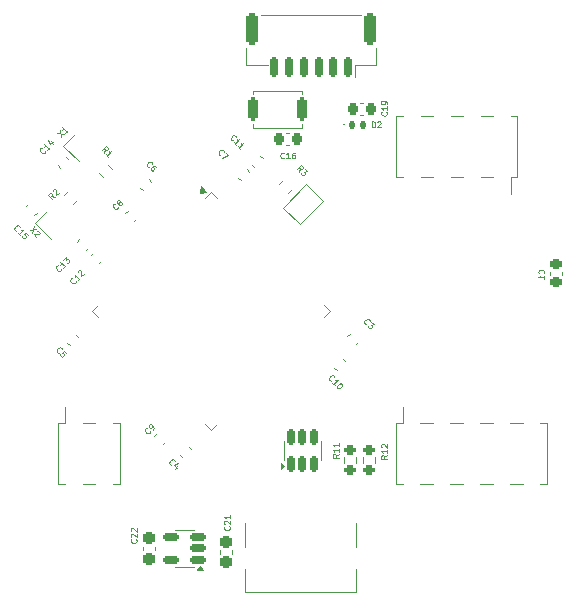
<source format=gto>
G04 #@! TF.GenerationSoftware,KiCad,Pcbnew,8.0.1*
G04 #@! TF.CreationDate,2025-02-17T15:06:08+05:00*
G04 #@! TF.ProjectId,brain_board,62726169-6e5f-4626-9f61-72642e6b6963,rev?*
G04 #@! TF.SameCoordinates,Original*
G04 #@! TF.FileFunction,Legend,Top*
G04 #@! TF.FilePolarity,Positive*
%FSLAX46Y46*%
G04 Gerber Fmt 4.6, Leading zero omitted, Abs format (unit mm)*
G04 Created by KiCad (PCBNEW 8.0.1) date 2025-02-17 15:06:08*
%MOMM*%
%LPD*%
G01*
G04 APERTURE LIST*
G04 Aperture macros list*
%AMRoundRect*
0 Rectangle with rounded corners*
0 $1 Rounding radius*
0 $2 $3 $4 $5 $6 $7 $8 $9 X,Y pos of 4 corners*
0 Add a 4 corners polygon primitive as box body*
4,1,4,$2,$3,$4,$5,$6,$7,$8,$9,$2,$3,0*
0 Add four circle primitives for the rounded corners*
1,1,$1+$1,$2,$3*
1,1,$1+$1,$4,$5*
1,1,$1+$1,$6,$7*
1,1,$1+$1,$8,$9*
0 Add four rect primitives between the rounded corners*
20,1,$1+$1,$2,$3,$4,$5,0*
20,1,$1+$1,$4,$5,$6,$7,0*
20,1,$1+$1,$6,$7,$8,$9,0*
20,1,$1+$1,$8,$9,$2,$3,0*%
%AMRotRect*
0 Rectangle, with rotation*
0 The origin of the aperture is its center*
0 $1 length*
0 $2 width*
0 $3 Rotation angle, in degrees counterclockwise*
0 Add horizontal line*
21,1,$1,$2,0,0,$3*%
%AMFreePoly0*
4,1,6,0.499999,-0.750000,-0.649999,-0.750000,-0.150000,0.000000,-0.649999,0.750000,0.499999,0.750000,0.499999,-0.750000,0.499999,-0.750000,$1*%
%AMFreePoly1*
4,1,6,1.000000,0.000000,0.499999,-0.750000,-0.499999,-0.750000,-0.499999,0.750000,0.499999,0.750000,1.000000,0.000000,1.000000,0.000000,$1*%
G04 Aperture macros list end*
%ADD10C,0.125000*%
%ADD11C,0.120000*%
%ADD12C,0.100000*%
%ADD13R,1.000000X3.000000*%
%ADD14RoundRect,0.225000X-0.017678X0.335876X-0.335876X0.017678X0.017678X-0.335876X0.335876X-0.017678X0*%
%ADD15RoundRect,0.200000X-0.053033X0.335876X-0.335876X0.053033X0.053033X-0.335876X0.335876X-0.053033X0*%
%ADD16RoundRect,0.225000X0.225000X0.250000X-0.225000X0.250000X-0.225000X-0.250000X0.225000X-0.250000X0*%
%ADD17RotRect,0.500000X0.600000X45.000000*%
%ADD18RoundRect,0.225000X0.335876X0.017678X0.017678X0.335876X-0.335876X-0.017678X-0.017678X-0.335876X0*%
%ADD19RoundRect,0.147500X-0.147500X-0.172500X0.147500X-0.172500X0.147500X0.172500X-0.147500X0.172500X0*%
%ADD20RoundRect,0.200000X0.275000X-0.200000X0.275000X0.200000X-0.275000X0.200000X-0.275000X-0.200000X0*%
%ADD21C,2.200000*%
%ADD22RoundRect,0.225000X0.017678X-0.335876X0.335876X-0.017678X-0.017678X0.335876X-0.335876X0.017678X0*%
%ADD23RoundRect,0.250000X0.250000X1.100000X-0.250000X1.100000X-0.250000X-1.100000X0.250000X-1.100000X0*%
%ADD24RoundRect,0.150000X0.150000X0.700000X-0.150000X0.700000X-0.150000X-0.700000X0.150000X-0.700000X0*%
%ADD25RoundRect,0.225000X-0.335876X-0.017678X-0.017678X-0.335876X0.335876X0.017678X0.017678X0.335876X0*%
%ADD26RoundRect,0.200000X0.053033X-0.335876X0.335876X-0.053033X-0.053033X0.335876X-0.335876X0.053033X0*%
%ADD27C,1.000000*%
%ADD28RoundRect,0.225000X0.250000X-0.225000X0.250000X0.225000X-0.250000X0.225000X-0.250000X-0.225000X0*%
%ADD29RoundRect,0.075000X-0.565685X-0.459619X-0.459619X-0.565685X0.565685X0.459619X0.459619X0.565685X0*%
%ADD30RoundRect,0.075000X-0.565685X0.459619X0.459619X-0.565685X0.565685X-0.459619X-0.459619X0.565685X0*%
%ADD31FreePoly0,225.000000*%
%ADD32FreePoly1,225.000000*%
%ADD33O,1.000000X1.600000*%
%ADD34O,1.000000X2.100000*%
%ADD35R,0.600000X1.450000*%
%ADD36R,0.300000X1.450000*%
%ADD37C,0.650000*%
%ADD38RoundRect,0.237500X-0.237500X0.300000X-0.237500X-0.300000X0.237500X-0.300000X0.237500X0.300000X0*%
%ADD39RoundRect,0.200000X0.335876X0.053033X0.053033X0.335876X-0.335876X-0.053033X-0.053033X-0.335876X0*%
%ADD40RoundRect,0.150000X0.150000X-0.512500X0.150000X0.512500X-0.150000X0.512500X-0.150000X-0.512500X0*%
%ADD41RoundRect,0.200000X-0.200000X-0.800000X0.200000X-0.800000X0.200000X0.800000X-0.200000X0.800000X0*%
%ADD42RoundRect,0.150000X0.512500X0.150000X-0.512500X0.150000X-0.512500X-0.150000X0.512500X-0.150000X0*%
G04 APERTURE END LIST*
D10*
X161862423Y-90709349D02*
X161828751Y-90709349D01*
X161828751Y-90709349D02*
X161761407Y-90675677D01*
X161761407Y-90675677D02*
X161727736Y-90642005D01*
X161727736Y-90642005D02*
X161694064Y-90574662D01*
X161694064Y-90574662D02*
X161694064Y-90507318D01*
X161694064Y-90507318D02*
X161710900Y-90456811D01*
X161710900Y-90456811D02*
X161761407Y-90372631D01*
X161761407Y-90372631D02*
X161811915Y-90322124D01*
X161811915Y-90322124D02*
X161896094Y-90271616D01*
X161896094Y-90271616D02*
X161946602Y-90254780D01*
X161946602Y-90254780D02*
X162013945Y-90254780D01*
X162013945Y-90254780D02*
X162081289Y-90288452D01*
X162081289Y-90288452D02*
X162114961Y-90322124D01*
X162114961Y-90322124D02*
X162148632Y-90389467D01*
X162148632Y-90389467D02*
X162148632Y-90423139D01*
X162300155Y-90507318D02*
X162519022Y-90726185D01*
X162519022Y-90726185D02*
X162266484Y-90743020D01*
X162266484Y-90743020D02*
X162316991Y-90793528D01*
X162316991Y-90793528D02*
X162333827Y-90844036D01*
X162333827Y-90844036D02*
X162333827Y-90877707D01*
X162333827Y-90877707D02*
X162316991Y-90928215D01*
X162316991Y-90928215D02*
X162232812Y-91012394D01*
X162232812Y-91012394D02*
X162182304Y-91029230D01*
X162182304Y-91029230D02*
X162148632Y-91029230D01*
X162148632Y-91029230D02*
X162098125Y-91012394D01*
X162098125Y-91012394D02*
X161997110Y-90911379D01*
X161997110Y-90911379D02*
X161980274Y-90860872D01*
X161980274Y-90860872D02*
X161980274Y-90827200D01*
X156182110Y-77800038D02*
X156232617Y-77513829D01*
X155980079Y-77598008D02*
X156333633Y-77244455D01*
X156333633Y-77244455D02*
X156468320Y-77379142D01*
X156468320Y-77379142D02*
X156485156Y-77429649D01*
X156485156Y-77429649D02*
X156485156Y-77463321D01*
X156485156Y-77463321D02*
X156468320Y-77513829D01*
X156468320Y-77513829D02*
X156417812Y-77564336D01*
X156417812Y-77564336D02*
X156367304Y-77581172D01*
X156367304Y-77581172D02*
X156333633Y-77581172D01*
X156333633Y-77581172D02*
X156283125Y-77564336D01*
X156283125Y-77564336D02*
X156148438Y-77429649D01*
X156653514Y-77564336D02*
X156872381Y-77783203D01*
X156872381Y-77783203D02*
X156619843Y-77800038D01*
X156619843Y-77800038D02*
X156670350Y-77850546D01*
X156670350Y-77850546D02*
X156687186Y-77901054D01*
X156687186Y-77901054D02*
X156687186Y-77934725D01*
X156687186Y-77934725D02*
X156670350Y-77985233D01*
X156670350Y-77985233D02*
X156586171Y-78069412D01*
X156586171Y-78069412D02*
X156535663Y-78086248D01*
X156535663Y-78086248D02*
X156501991Y-78086248D01*
X156501991Y-78086248D02*
X156451484Y-78069412D01*
X156451484Y-78069412D02*
X156350469Y-77968397D01*
X156350469Y-77968397D02*
X156333633Y-77917890D01*
X156333633Y-77917890D02*
X156333633Y-77884218D01*
X154903571Y-76632190D02*
X154879762Y-76656000D01*
X154879762Y-76656000D02*
X154808333Y-76679809D01*
X154808333Y-76679809D02*
X154760714Y-76679809D01*
X154760714Y-76679809D02*
X154689286Y-76656000D01*
X154689286Y-76656000D02*
X154641667Y-76608380D01*
X154641667Y-76608380D02*
X154617857Y-76560761D01*
X154617857Y-76560761D02*
X154594048Y-76465523D01*
X154594048Y-76465523D02*
X154594048Y-76394095D01*
X154594048Y-76394095D02*
X154617857Y-76298857D01*
X154617857Y-76298857D02*
X154641667Y-76251238D01*
X154641667Y-76251238D02*
X154689286Y-76203619D01*
X154689286Y-76203619D02*
X154760714Y-76179809D01*
X154760714Y-76179809D02*
X154808333Y-76179809D01*
X154808333Y-76179809D02*
X154879762Y-76203619D01*
X154879762Y-76203619D02*
X154903571Y-76227428D01*
X155379762Y-76679809D02*
X155094048Y-76679809D01*
X155236905Y-76679809D02*
X155236905Y-76179809D01*
X155236905Y-76179809D02*
X155189286Y-76251238D01*
X155189286Y-76251238D02*
X155141667Y-76298857D01*
X155141667Y-76298857D02*
X155094048Y-76322666D01*
X155808333Y-76179809D02*
X155713095Y-76179809D01*
X155713095Y-76179809D02*
X155665476Y-76203619D01*
X155665476Y-76203619D02*
X155641666Y-76227428D01*
X155641666Y-76227428D02*
X155594047Y-76298857D01*
X155594047Y-76298857D02*
X155570238Y-76394095D01*
X155570238Y-76394095D02*
X155570238Y-76584571D01*
X155570238Y-76584571D02*
X155594047Y-76632190D01*
X155594047Y-76632190D02*
X155617857Y-76656000D01*
X155617857Y-76656000D02*
X155665476Y-76679809D01*
X155665476Y-76679809D02*
X155760714Y-76679809D01*
X155760714Y-76679809D02*
X155808333Y-76656000D01*
X155808333Y-76656000D02*
X155832142Y-76632190D01*
X155832142Y-76632190D02*
X155855952Y-76584571D01*
X155855952Y-76584571D02*
X155855952Y-76465523D01*
X155855952Y-76465523D02*
X155832142Y-76417904D01*
X155832142Y-76417904D02*
X155808333Y-76394095D01*
X155808333Y-76394095D02*
X155760714Y-76370285D01*
X155760714Y-76370285D02*
X155665476Y-76370285D01*
X155665476Y-76370285D02*
X155617857Y-76394095D01*
X155617857Y-76394095D02*
X155594047Y-76417904D01*
X155594047Y-76417904D02*
X155570238Y-76465523D01*
X133708379Y-82419201D02*
X133590528Y-83008457D01*
X133944081Y-82654903D02*
X133354826Y-82772754D01*
X134028260Y-82806426D02*
X134061932Y-82806426D01*
X134061932Y-82806426D02*
X134112440Y-82823262D01*
X134112440Y-82823262D02*
X134196619Y-82907441D01*
X134196619Y-82907441D02*
X134213455Y-82957949D01*
X134213455Y-82957949D02*
X134213455Y-82991620D01*
X134213455Y-82991620D02*
X134196619Y-83042128D01*
X134196619Y-83042128D02*
X134162947Y-83075800D01*
X134162947Y-83075800D02*
X134095604Y-83109471D01*
X134095604Y-83109471D02*
X133691543Y-83109471D01*
X133691543Y-83109471D02*
X133910409Y-83328338D01*
X134698008Y-76052576D02*
X134698008Y-76086248D01*
X134698008Y-76086248D02*
X134664336Y-76153591D01*
X134664336Y-76153591D02*
X134630665Y-76187263D01*
X134630665Y-76187263D02*
X134563321Y-76220935D01*
X134563321Y-76220935D02*
X134495978Y-76220935D01*
X134495978Y-76220935D02*
X134445470Y-76204099D01*
X134445470Y-76204099D02*
X134361291Y-76153591D01*
X134361291Y-76153591D02*
X134310783Y-76103084D01*
X134310783Y-76103084D02*
X134260275Y-76018904D01*
X134260275Y-76018904D02*
X134243439Y-75968397D01*
X134243439Y-75968397D02*
X134243439Y-75901053D01*
X134243439Y-75901053D02*
X134277111Y-75833710D01*
X134277111Y-75833710D02*
X134310783Y-75800038D01*
X134310783Y-75800038D02*
X134378126Y-75766366D01*
X134378126Y-75766366D02*
X134411798Y-75766366D01*
X135068397Y-75749530D02*
X134866367Y-75951561D01*
X134967382Y-75850546D02*
X134613829Y-75496992D01*
X134613829Y-75496992D02*
X134630665Y-75581172D01*
X134630665Y-75581172D02*
X134630665Y-75648515D01*
X134630665Y-75648515D02*
X134613829Y-75699023D01*
X135135741Y-75210783D02*
X135371443Y-75446485D01*
X134916874Y-75160275D02*
X135085233Y-75496993D01*
X135085233Y-75496993D02*
X135304099Y-75278126D01*
X162330952Y-74049809D02*
X162330952Y-73549809D01*
X162330952Y-73549809D02*
X162450000Y-73549809D01*
X162450000Y-73549809D02*
X162521428Y-73573619D01*
X162521428Y-73573619D02*
X162569047Y-73621238D01*
X162569047Y-73621238D02*
X162592857Y-73668857D01*
X162592857Y-73668857D02*
X162616666Y-73764095D01*
X162616666Y-73764095D02*
X162616666Y-73835523D01*
X162616666Y-73835523D02*
X162592857Y-73930761D01*
X162592857Y-73930761D02*
X162569047Y-73978380D01*
X162569047Y-73978380D02*
X162521428Y-74026000D01*
X162521428Y-74026000D02*
X162450000Y-74049809D01*
X162450000Y-74049809D02*
X162330952Y-74049809D01*
X162807143Y-73597428D02*
X162830952Y-73573619D01*
X162830952Y-73573619D02*
X162878571Y-73549809D01*
X162878571Y-73549809D02*
X162997619Y-73549809D01*
X162997619Y-73549809D02*
X163045238Y-73573619D01*
X163045238Y-73573619D02*
X163069047Y-73597428D01*
X163069047Y-73597428D02*
X163092857Y-73645047D01*
X163092857Y-73645047D02*
X163092857Y-73692666D01*
X163092857Y-73692666D02*
X163069047Y-73764095D01*
X163069047Y-73764095D02*
X162783333Y-74049809D01*
X162783333Y-74049809D02*
X163092857Y-74049809D01*
X159524809Y-101721428D02*
X159286714Y-101888094D01*
X159524809Y-102007142D02*
X159024809Y-102007142D01*
X159024809Y-102007142D02*
X159024809Y-101816666D01*
X159024809Y-101816666D02*
X159048619Y-101769047D01*
X159048619Y-101769047D02*
X159072428Y-101745237D01*
X159072428Y-101745237D02*
X159120047Y-101721428D01*
X159120047Y-101721428D02*
X159191476Y-101721428D01*
X159191476Y-101721428D02*
X159239095Y-101745237D01*
X159239095Y-101745237D02*
X159262904Y-101769047D01*
X159262904Y-101769047D02*
X159286714Y-101816666D01*
X159286714Y-101816666D02*
X159286714Y-102007142D01*
X159524809Y-101245237D02*
X159524809Y-101530951D01*
X159524809Y-101388094D02*
X159024809Y-101388094D01*
X159024809Y-101388094D02*
X159096238Y-101435713D01*
X159096238Y-101435713D02*
X159143857Y-101483332D01*
X159143857Y-101483332D02*
X159167666Y-101530951D01*
X159524809Y-100769047D02*
X159524809Y-101054761D01*
X159524809Y-100911904D02*
X159024809Y-100911904D01*
X159024809Y-100911904D02*
X159096238Y-100959523D01*
X159096238Y-100959523D02*
X159143857Y-101007142D01*
X159143857Y-101007142D02*
X159167666Y-101054761D01*
X132247423Y-82798008D02*
X132213751Y-82798008D01*
X132213751Y-82798008D02*
X132146408Y-82764336D01*
X132146408Y-82764336D02*
X132112736Y-82730665D01*
X132112736Y-82730665D02*
X132079064Y-82663321D01*
X132079064Y-82663321D02*
X132079064Y-82595978D01*
X132079064Y-82595978D02*
X132095900Y-82545470D01*
X132095900Y-82545470D02*
X132146408Y-82461291D01*
X132146408Y-82461291D02*
X132196915Y-82410783D01*
X132196915Y-82410783D02*
X132281095Y-82360275D01*
X132281095Y-82360275D02*
X132331602Y-82343439D01*
X132331602Y-82343439D02*
X132398946Y-82343439D01*
X132398946Y-82343439D02*
X132466289Y-82377111D01*
X132466289Y-82377111D02*
X132499961Y-82410783D01*
X132499961Y-82410783D02*
X132533633Y-82478126D01*
X132533633Y-82478126D02*
X132533633Y-82511798D01*
X132550469Y-83168397D02*
X132348438Y-82966367D01*
X132449453Y-83067382D02*
X132803007Y-82713829D01*
X132803007Y-82713829D02*
X132718827Y-82730665D01*
X132718827Y-82730665D02*
X132651484Y-82730665D01*
X132651484Y-82730665D02*
X132600976Y-82713829D01*
X133223903Y-83134725D02*
X133055545Y-82966367D01*
X133055545Y-82966367D02*
X132870350Y-83117889D01*
X132870350Y-83117889D02*
X132904022Y-83117889D01*
X132904022Y-83117889D02*
X132954529Y-83134725D01*
X132954529Y-83134725D02*
X133038709Y-83218905D01*
X133038709Y-83218905D02*
X133055545Y-83269412D01*
X133055545Y-83269412D02*
X133055545Y-83303084D01*
X133055545Y-83303084D02*
X133038709Y-83353592D01*
X133038709Y-83353592D02*
X132954529Y-83437771D01*
X132954529Y-83437771D02*
X132904022Y-83454607D01*
X132904022Y-83454607D02*
X132870350Y-83454607D01*
X132870350Y-83454607D02*
X132819842Y-83437771D01*
X132819842Y-83437771D02*
X132735663Y-83353592D01*
X132735663Y-83353592D02*
X132718827Y-83303084D01*
X132718827Y-83303084D02*
X132718827Y-83269412D01*
X149523409Y-76390437D02*
X149489737Y-76390437D01*
X149489737Y-76390437D02*
X149422393Y-76356765D01*
X149422393Y-76356765D02*
X149388722Y-76323093D01*
X149388722Y-76323093D02*
X149355050Y-76255750D01*
X149355050Y-76255750D02*
X149355050Y-76188406D01*
X149355050Y-76188406D02*
X149371886Y-76137899D01*
X149371886Y-76137899D02*
X149422393Y-76053719D01*
X149422393Y-76053719D02*
X149472901Y-76003212D01*
X149472901Y-76003212D02*
X149557080Y-75952704D01*
X149557080Y-75952704D02*
X149607588Y-75935868D01*
X149607588Y-75935868D02*
X149674931Y-75935868D01*
X149674931Y-75935868D02*
X149742275Y-75969540D01*
X149742275Y-75969540D02*
X149775947Y-76003212D01*
X149775947Y-76003212D02*
X149809618Y-76070555D01*
X149809618Y-76070555D02*
X149809618Y-76104227D01*
X149961141Y-76188406D02*
X150196844Y-76424108D01*
X150196844Y-76424108D02*
X149691767Y-76626139D01*
X163624809Y-101821428D02*
X163386714Y-101988094D01*
X163624809Y-102107142D02*
X163124809Y-102107142D01*
X163124809Y-102107142D02*
X163124809Y-101916666D01*
X163124809Y-101916666D02*
X163148619Y-101869047D01*
X163148619Y-101869047D02*
X163172428Y-101845237D01*
X163172428Y-101845237D02*
X163220047Y-101821428D01*
X163220047Y-101821428D02*
X163291476Y-101821428D01*
X163291476Y-101821428D02*
X163339095Y-101845237D01*
X163339095Y-101845237D02*
X163362904Y-101869047D01*
X163362904Y-101869047D02*
X163386714Y-101916666D01*
X163386714Y-101916666D02*
X163386714Y-102107142D01*
X163624809Y-101345237D02*
X163624809Y-101630951D01*
X163624809Y-101488094D02*
X163124809Y-101488094D01*
X163124809Y-101488094D02*
X163196238Y-101535713D01*
X163196238Y-101535713D02*
X163243857Y-101583332D01*
X163243857Y-101583332D02*
X163267666Y-101630951D01*
X163172428Y-101154761D02*
X163148619Y-101130952D01*
X163148619Y-101130952D02*
X163124809Y-101083333D01*
X163124809Y-101083333D02*
X163124809Y-100964285D01*
X163124809Y-100964285D02*
X163148619Y-100916666D01*
X163148619Y-100916666D02*
X163172428Y-100892857D01*
X163172428Y-100892857D02*
X163220047Y-100869047D01*
X163220047Y-100869047D02*
X163267666Y-100869047D01*
X163267666Y-100869047D02*
X163339095Y-100892857D01*
X163339095Y-100892857D02*
X163624809Y-101178571D01*
X163624809Y-101178571D02*
X163624809Y-100869047D01*
X137248944Y-87088794D02*
X137248944Y-87122466D01*
X137248944Y-87122466D02*
X137215272Y-87189809D01*
X137215272Y-87189809D02*
X137181601Y-87223481D01*
X137181601Y-87223481D02*
X137114257Y-87257153D01*
X137114257Y-87257153D02*
X137046914Y-87257153D01*
X137046914Y-87257153D02*
X136996406Y-87240317D01*
X136996406Y-87240317D02*
X136912227Y-87189809D01*
X136912227Y-87189809D02*
X136861719Y-87139302D01*
X136861719Y-87139302D02*
X136811211Y-87055122D01*
X136811211Y-87055122D02*
X136794375Y-87004615D01*
X136794375Y-87004615D02*
X136794375Y-86937271D01*
X136794375Y-86937271D02*
X136828047Y-86869928D01*
X136828047Y-86869928D02*
X136861719Y-86836256D01*
X136861719Y-86836256D02*
X136929062Y-86802584D01*
X136929062Y-86802584D02*
X136962734Y-86802584D01*
X137619333Y-86785748D02*
X137417303Y-86987779D01*
X137518318Y-86886764D02*
X137164765Y-86533210D01*
X137164765Y-86533210D02*
X137181601Y-86617390D01*
X137181601Y-86617390D02*
X137181601Y-86684733D01*
X137181601Y-86684733D02*
X137164765Y-86735241D01*
X137434138Y-86331180D02*
X137434138Y-86297508D01*
X137434138Y-86297508D02*
X137450974Y-86247001D01*
X137450974Y-86247001D02*
X137535154Y-86162821D01*
X137535154Y-86162821D02*
X137585661Y-86145985D01*
X137585661Y-86145985D02*
X137619333Y-86145985D01*
X137619333Y-86145985D02*
X137669841Y-86162821D01*
X137669841Y-86162821D02*
X137703512Y-86196493D01*
X137703512Y-86196493D02*
X137737184Y-86263836D01*
X137737184Y-86263836D02*
X137737184Y-86667898D01*
X137737184Y-86667898D02*
X137956051Y-86449031D01*
X135500038Y-79917889D02*
X135213829Y-79867382D01*
X135298008Y-80119920D02*
X134944455Y-79766366D01*
X134944455Y-79766366D02*
X135079142Y-79631679D01*
X135079142Y-79631679D02*
X135129649Y-79614843D01*
X135129649Y-79614843D02*
X135163321Y-79614843D01*
X135163321Y-79614843D02*
X135213829Y-79631679D01*
X135213829Y-79631679D02*
X135264336Y-79682187D01*
X135264336Y-79682187D02*
X135281172Y-79732695D01*
X135281172Y-79732695D02*
X135281172Y-79766366D01*
X135281172Y-79766366D02*
X135264336Y-79816874D01*
X135264336Y-79816874D02*
X135129649Y-79951561D01*
X135314844Y-79463321D02*
X135314844Y-79429649D01*
X135314844Y-79429649D02*
X135331680Y-79379141D01*
X135331680Y-79379141D02*
X135415859Y-79294962D01*
X135415859Y-79294962D02*
X135466367Y-79278126D01*
X135466367Y-79278126D02*
X135500038Y-79278126D01*
X135500038Y-79278126D02*
X135550546Y-79294962D01*
X135550546Y-79294962D02*
X135584218Y-79328634D01*
X135584218Y-79328634D02*
X135617890Y-79395977D01*
X135617890Y-79395977D02*
X135617890Y-79800038D01*
X135617890Y-79800038D02*
X135836756Y-79581172D01*
X145365622Y-102609956D02*
X145331950Y-102609956D01*
X145331950Y-102609956D02*
X145264606Y-102576284D01*
X145264606Y-102576284D02*
X145230935Y-102542612D01*
X145230935Y-102542612D02*
X145197263Y-102475269D01*
X145197263Y-102475269D02*
X145197263Y-102407925D01*
X145197263Y-102407925D02*
X145214099Y-102357418D01*
X145214099Y-102357418D02*
X145264606Y-102273238D01*
X145264606Y-102273238D02*
X145315114Y-102222731D01*
X145315114Y-102222731D02*
X145399293Y-102172223D01*
X145399293Y-102172223D02*
X145449801Y-102155387D01*
X145449801Y-102155387D02*
X145517144Y-102155387D01*
X145517144Y-102155387D02*
X145584488Y-102189059D01*
X145584488Y-102189059D02*
X145618160Y-102222731D01*
X145618160Y-102222731D02*
X145651831Y-102290074D01*
X145651831Y-102290074D02*
X145651831Y-102323746D01*
X145870698Y-102710971D02*
X145634996Y-102946673D01*
X145921205Y-102492105D02*
X145584488Y-102660463D01*
X145584488Y-102660463D02*
X145803354Y-102879330D01*
X136046863Y-86028133D02*
X136046863Y-86061805D01*
X136046863Y-86061805D02*
X136013191Y-86129148D01*
X136013191Y-86129148D02*
X135979520Y-86162820D01*
X135979520Y-86162820D02*
X135912176Y-86196492D01*
X135912176Y-86196492D02*
X135844833Y-86196492D01*
X135844833Y-86196492D02*
X135794325Y-86179656D01*
X135794325Y-86179656D02*
X135710146Y-86129148D01*
X135710146Y-86129148D02*
X135659638Y-86078641D01*
X135659638Y-86078641D02*
X135609130Y-85994461D01*
X135609130Y-85994461D02*
X135592294Y-85943954D01*
X135592294Y-85943954D02*
X135592294Y-85876610D01*
X135592294Y-85876610D02*
X135625966Y-85809267D01*
X135625966Y-85809267D02*
X135659638Y-85775595D01*
X135659638Y-85775595D02*
X135726981Y-85741923D01*
X135726981Y-85741923D02*
X135760653Y-85741923D01*
X136417252Y-85725087D02*
X136215222Y-85927118D01*
X136316237Y-85826103D02*
X135962684Y-85472549D01*
X135962684Y-85472549D02*
X135979520Y-85556729D01*
X135979520Y-85556729D02*
X135979520Y-85624072D01*
X135979520Y-85624072D02*
X135962684Y-85674580D01*
X136181550Y-85253683D02*
X136400416Y-85034817D01*
X136400416Y-85034817D02*
X136417252Y-85287355D01*
X136417252Y-85287355D02*
X136467760Y-85236847D01*
X136467760Y-85236847D02*
X136518267Y-85220011D01*
X136518267Y-85220011D02*
X136551939Y-85220011D01*
X136551939Y-85220011D02*
X136602447Y-85236847D01*
X136602447Y-85236847D02*
X136686626Y-85321027D01*
X136686626Y-85321027D02*
X136703462Y-85371534D01*
X136703462Y-85371534D02*
X136703462Y-85405206D01*
X136703462Y-85405206D02*
X136686626Y-85455714D01*
X136686626Y-85455714D02*
X136585611Y-85556729D01*
X136585611Y-85556729D02*
X136535103Y-85573565D01*
X136535103Y-85573565D02*
X136501431Y-85573565D01*
X176877190Y-86416666D02*
X176901000Y-86392857D01*
X176901000Y-86392857D02*
X176924809Y-86321428D01*
X176924809Y-86321428D02*
X176924809Y-86273809D01*
X176924809Y-86273809D02*
X176901000Y-86202381D01*
X176901000Y-86202381D02*
X176853380Y-86154762D01*
X176853380Y-86154762D02*
X176805761Y-86130952D01*
X176805761Y-86130952D02*
X176710523Y-86107143D01*
X176710523Y-86107143D02*
X176639095Y-86107143D01*
X176639095Y-86107143D02*
X176543857Y-86130952D01*
X176543857Y-86130952D02*
X176496238Y-86154762D01*
X176496238Y-86154762D02*
X176448619Y-86202381D01*
X176448619Y-86202381D02*
X176424809Y-86273809D01*
X176424809Y-86273809D02*
X176424809Y-86321428D01*
X176424809Y-86321428D02*
X176448619Y-86392857D01*
X176448619Y-86392857D02*
X176472428Y-86416666D01*
X176924809Y-86892857D02*
X176924809Y-86607143D01*
X176924809Y-86750000D02*
X176424809Y-86750000D01*
X176424809Y-86750000D02*
X176496238Y-86702381D01*
X176496238Y-86702381D02*
X176543857Y-86654762D01*
X176543857Y-86654762D02*
X176567666Y-86607143D01*
X143566367Y-99784218D02*
X143566367Y-99817890D01*
X143566367Y-99817890D02*
X143532695Y-99885234D01*
X143532695Y-99885234D02*
X143499023Y-99918905D01*
X143499023Y-99918905D02*
X143431680Y-99952577D01*
X143431680Y-99952577D02*
X143364336Y-99952577D01*
X143364336Y-99952577D02*
X143313829Y-99935741D01*
X143313829Y-99935741D02*
X143229649Y-99885234D01*
X143229649Y-99885234D02*
X143179142Y-99834726D01*
X143179142Y-99834726D02*
X143128634Y-99750547D01*
X143128634Y-99750547D02*
X143111798Y-99700039D01*
X143111798Y-99700039D02*
X143111798Y-99632696D01*
X143111798Y-99632696D02*
X143145470Y-99565352D01*
X143145470Y-99565352D02*
X143179142Y-99531680D01*
X143179142Y-99531680D02*
X143246485Y-99498009D01*
X143246485Y-99498009D02*
X143280157Y-99498009D01*
X143768397Y-99649531D02*
X143835741Y-99582188D01*
X143835741Y-99582188D02*
X143852577Y-99531680D01*
X143852577Y-99531680D02*
X143852577Y-99498009D01*
X143852577Y-99498009D02*
X143835741Y-99413829D01*
X143835741Y-99413829D02*
X143785233Y-99329650D01*
X143785233Y-99329650D02*
X143650546Y-99194963D01*
X143650546Y-99194963D02*
X143600038Y-99178127D01*
X143600038Y-99178127D02*
X143566367Y-99178127D01*
X143566367Y-99178127D02*
X143515859Y-99194963D01*
X143515859Y-99194963D02*
X143448516Y-99262306D01*
X143448516Y-99262306D02*
X143431680Y-99312814D01*
X143431680Y-99312814D02*
X143431680Y-99346486D01*
X143431680Y-99346486D02*
X143448516Y-99396993D01*
X143448516Y-99396993D02*
X143532695Y-99481173D01*
X143532695Y-99481173D02*
X143583203Y-99498009D01*
X143583203Y-99498009D02*
X143616874Y-99498009D01*
X143616874Y-99498009D02*
X143667382Y-99481173D01*
X143667382Y-99481173D02*
X143734725Y-99413829D01*
X143734725Y-99413829D02*
X143751561Y-99363322D01*
X143751561Y-99363322D02*
X143751561Y-99329650D01*
X143751561Y-99329650D02*
X143734725Y-99279142D01*
X140866367Y-80784217D02*
X140866367Y-80817889D01*
X140866367Y-80817889D02*
X140832695Y-80885233D01*
X140832695Y-80885233D02*
X140799023Y-80918904D01*
X140799023Y-80918904D02*
X140731680Y-80952576D01*
X140731680Y-80952576D02*
X140664336Y-80952576D01*
X140664336Y-80952576D02*
X140613829Y-80935740D01*
X140613829Y-80935740D02*
X140529649Y-80885233D01*
X140529649Y-80885233D02*
X140479142Y-80834725D01*
X140479142Y-80834725D02*
X140428634Y-80750546D01*
X140428634Y-80750546D02*
X140411798Y-80700038D01*
X140411798Y-80700038D02*
X140411798Y-80632695D01*
X140411798Y-80632695D02*
X140445470Y-80565351D01*
X140445470Y-80565351D02*
X140479142Y-80531679D01*
X140479142Y-80531679D02*
X140546485Y-80498008D01*
X140546485Y-80498008D02*
X140580157Y-80498008D01*
X140900038Y-80413828D02*
X140849531Y-80430664D01*
X140849531Y-80430664D02*
X140815859Y-80430664D01*
X140815859Y-80430664D02*
X140765351Y-80413828D01*
X140765351Y-80413828D02*
X140748516Y-80396992D01*
X140748516Y-80396992D02*
X140731680Y-80346485D01*
X140731680Y-80346485D02*
X140731680Y-80312813D01*
X140731680Y-80312813D02*
X140748516Y-80262305D01*
X140748516Y-80262305D02*
X140815859Y-80194962D01*
X140815859Y-80194962D02*
X140866367Y-80178126D01*
X140866367Y-80178126D02*
X140900038Y-80178126D01*
X140900038Y-80178126D02*
X140950546Y-80194962D01*
X140950546Y-80194962D02*
X140967382Y-80211798D01*
X140967382Y-80211798D02*
X140984218Y-80262305D01*
X140984218Y-80262305D02*
X140984218Y-80295977D01*
X140984218Y-80295977D02*
X140967382Y-80346485D01*
X140967382Y-80346485D02*
X140900038Y-80413828D01*
X140900038Y-80413828D02*
X140883203Y-80464336D01*
X140883203Y-80464336D02*
X140883203Y-80498008D01*
X140883203Y-80498008D02*
X140900038Y-80548515D01*
X140900038Y-80548515D02*
X140967382Y-80615859D01*
X140967382Y-80615859D02*
X141017890Y-80632695D01*
X141017890Y-80632695D02*
X141051561Y-80632695D01*
X141051561Y-80632695D02*
X141102069Y-80615859D01*
X141102069Y-80615859D02*
X141169412Y-80548515D01*
X141169412Y-80548515D02*
X141186248Y-80498008D01*
X141186248Y-80498008D02*
X141186248Y-80464336D01*
X141186248Y-80464336D02*
X141169412Y-80413828D01*
X141169412Y-80413828D02*
X141102069Y-80346485D01*
X141102069Y-80346485D02*
X141051561Y-80329649D01*
X141051561Y-80329649D02*
X141017890Y-80329649D01*
X141017890Y-80329649D02*
X140967382Y-80346485D01*
X150557132Y-75161418D02*
X150523460Y-75161418D01*
X150523460Y-75161418D02*
X150456117Y-75127746D01*
X150456117Y-75127746D02*
X150422445Y-75094075D01*
X150422445Y-75094075D02*
X150388773Y-75026731D01*
X150388773Y-75026731D02*
X150388773Y-74959388D01*
X150388773Y-74959388D02*
X150405609Y-74908880D01*
X150405609Y-74908880D02*
X150456117Y-74824701D01*
X150456117Y-74824701D02*
X150506624Y-74774193D01*
X150506624Y-74774193D02*
X150590804Y-74723685D01*
X150590804Y-74723685D02*
X150641311Y-74706849D01*
X150641311Y-74706849D02*
X150708655Y-74706849D01*
X150708655Y-74706849D02*
X150775998Y-74740521D01*
X150775998Y-74740521D02*
X150809670Y-74774193D01*
X150809670Y-74774193D02*
X150843342Y-74841536D01*
X150843342Y-74841536D02*
X150843342Y-74875208D01*
X150860178Y-75531807D02*
X150658147Y-75329777D01*
X150759162Y-75430792D02*
X151112716Y-75077239D01*
X151112716Y-75077239D02*
X151028536Y-75094075D01*
X151028536Y-75094075D02*
X150961193Y-75094075D01*
X150961193Y-75094075D02*
X150910685Y-75077239D01*
X151196895Y-75868525D02*
X150994864Y-75666494D01*
X151095880Y-75767509D02*
X151449433Y-75413956D01*
X151449433Y-75413956D02*
X151365254Y-75430792D01*
X151365254Y-75430792D02*
X151297910Y-75430792D01*
X151297910Y-75430792D02*
X151247402Y-75413956D01*
X135685733Y-74506502D02*
X136274989Y-74624353D01*
X135921435Y-74270800D02*
X136039286Y-74860055D01*
X136594870Y-74304472D02*
X136392839Y-74506502D01*
X136493855Y-74405487D02*
X136140301Y-74051934D01*
X136140301Y-74051934D02*
X136157137Y-74136113D01*
X136157137Y-74136113D02*
X136157137Y-74203457D01*
X136157137Y-74203457D02*
X136140301Y-74253964D01*
X142377190Y-108921428D02*
X142401000Y-108945237D01*
X142401000Y-108945237D02*
X142424809Y-109016666D01*
X142424809Y-109016666D02*
X142424809Y-109064285D01*
X142424809Y-109064285D02*
X142401000Y-109135713D01*
X142401000Y-109135713D02*
X142353380Y-109183332D01*
X142353380Y-109183332D02*
X142305761Y-109207142D01*
X142305761Y-109207142D02*
X142210523Y-109230951D01*
X142210523Y-109230951D02*
X142139095Y-109230951D01*
X142139095Y-109230951D02*
X142043857Y-109207142D01*
X142043857Y-109207142D02*
X141996238Y-109183332D01*
X141996238Y-109183332D02*
X141948619Y-109135713D01*
X141948619Y-109135713D02*
X141924809Y-109064285D01*
X141924809Y-109064285D02*
X141924809Y-109016666D01*
X141924809Y-109016666D02*
X141948619Y-108945237D01*
X141948619Y-108945237D02*
X141972428Y-108921428D01*
X141972428Y-108730951D02*
X141948619Y-108707142D01*
X141948619Y-108707142D02*
X141924809Y-108659523D01*
X141924809Y-108659523D02*
X141924809Y-108540475D01*
X141924809Y-108540475D02*
X141948619Y-108492856D01*
X141948619Y-108492856D02*
X141972428Y-108469047D01*
X141972428Y-108469047D02*
X142020047Y-108445237D01*
X142020047Y-108445237D02*
X142067666Y-108445237D01*
X142067666Y-108445237D02*
X142139095Y-108469047D01*
X142139095Y-108469047D02*
X142424809Y-108754761D01*
X142424809Y-108754761D02*
X142424809Y-108445237D01*
X141972428Y-108254761D02*
X141948619Y-108230952D01*
X141948619Y-108230952D02*
X141924809Y-108183333D01*
X141924809Y-108183333D02*
X141924809Y-108064285D01*
X141924809Y-108064285D02*
X141948619Y-108016666D01*
X141948619Y-108016666D02*
X141972428Y-107992857D01*
X141972428Y-107992857D02*
X142020047Y-107969047D01*
X142020047Y-107969047D02*
X142067666Y-107969047D01*
X142067666Y-107969047D02*
X142139095Y-107992857D01*
X142139095Y-107992857D02*
X142424809Y-108278571D01*
X142424809Y-108278571D02*
X142424809Y-107969047D01*
X158883314Y-95508415D02*
X158849642Y-95508415D01*
X158849642Y-95508415D02*
X158782299Y-95474743D01*
X158782299Y-95474743D02*
X158748627Y-95441072D01*
X158748627Y-95441072D02*
X158714955Y-95373728D01*
X158714955Y-95373728D02*
X158714955Y-95306385D01*
X158714955Y-95306385D02*
X158731791Y-95255877D01*
X158731791Y-95255877D02*
X158782299Y-95171698D01*
X158782299Y-95171698D02*
X158832806Y-95121190D01*
X158832806Y-95121190D02*
X158916986Y-95070682D01*
X158916986Y-95070682D02*
X158967493Y-95053846D01*
X158967493Y-95053846D02*
X159034837Y-95053846D01*
X159034837Y-95053846D02*
X159102180Y-95087518D01*
X159102180Y-95087518D02*
X159135852Y-95121190D01*
X159135852Y-95121190D02*
X159169524Y-95188533D01*
X159169524Y-95188533D02*
X159169524Y-95222205D01*
X159186360Y-95878804D02*
X158984329Y-95676774D01*
X159085344Y-95777789D02*
X159438898Y-95424236D01*
X159438898Y-95424236D02*
X159354718Y-95441072D01*
X159354718Y-95441072D02*
X159287375Y-95441072D01*
X159287375Y-95441072D02*
X159236867Y-95424236D01*
X159758779Y-95744117D02*
X159792451Y-95777789D01*
X159792451Y-95777789D02*
X159809287Y-95828296D01*
X159809287Y-95828296D02*
X159809287Y-95861968D01*
X159809287Y-95861968D02*
X159792451Y-95912476D01*
X159792451Y-95912476D02*
X159741943Y-95996655D01*
X159741943Y-95996655D02*
X159657764Y-96080835D01*
X159657764Y-96080835D02*
X159573584Y-96131342D01*
X159573584Y-96131342D02*
X159523077Y-96148178D01*
X159523077Y-96148178D02*
X159489405Y-96148178D01*
X159489405Y-96148178D02*
X159438897Y-96131342D01*
X159438897Y-96131342D02*
X159405226Y-96097670D01*
X159405226Y-96097670D02*
X159388390Y-96047163D01*
X159388390Y-96047163D02*
X159388390Y-96013491D01*
X159388390Y-96013491D02*
X159405226Y-95962983D01*
X159405226Y-95962983D02*
X159455733Y-95878804D01*
X159455733Y-95878804D02*
X159539913Y-95794625D01*
X159539913Y-95794625D02*
X159624092Y-95744117D01*
X159624092Y-95744117D02*
X159674600Y-95727281D01*
X159674600Y-95727281D02*
X159708272Y-95727281D01*
X159708272Y-95727281D02*
X159758779Y-95744117D01*
X139682110Y-76200038D02*
X139732617Y-75913829D01*
X139480079Y-75998008D02*
X139833633Y-75644455D01*
X139833633Y-75644455D02*
X139968320Y-75779142D01*
X139968320Y-75779142D02*
X139985156Y-75829649D01*
X139985156Y-75829649D02*
X139985156Y-75863321D01*
X139985156Y-75863321D02*
X139968320Y-75913829D01*
X139968320Y-75913829D02*
X139917812Y-75964336D01*
X139917812Y-75964336D02*
X139867304Y-75981172D01*
X139867304Y-75981172D02*
X139833633Y-75981172D01*
X139833633Y-75981172D02*
X139783125Y-75964336D01*
X139783125Y-75964336D02*
X139648438Y-75829649D01*
X140018827Y-76536756D02*
X139816797Y-76334725D01*
X139917812Y-76435741D02*
X140271365Y-76082187D01*
X140271365Y-76082187D02*
X140187186Y-76099023D01*
X140187186Y-76099023D02*
X140119843Y-76099023D01*
X140119843Y-76099023D02*
X140069335Y-76082187D01*
X135819680Y-93134725D02*
X135786008Y-93134725D01*
X135786008Y-93134725D02*
X135718664Y-93101053D01*
X135718664Y-93101053D02*
X135684993Y-93067381D01*
X135684993Y-93067381D02*
X135651321Y-93000038D01*
X135651321Y-93000038D02*
X135651321Y-92932694D01*
X135651321Y-92932694D02*
X135668157Y-92882187D01*
X135668157Y-92882187D02*
X135718664Y-92798007D01*
X135718664Y-92798007D02*
X135769172Y-92747500D01*
X135769172Y-92747500D02*
X135853351Y-92696992D01*
X135853351Y-92696992D02*
X135903859Y-92680156D01*
X135903859Y-92680156D02*
X135971202Y-92680156D01*
X135971202Y-92680156D02*
X136038546Y-92713828D01*
X136038546Y-92713828D02*
X136072218Y-92747500D01*
X136072218Y-92747500D02*
X136105889Y-92814843D01*
X136105889Y-92814843D02*
X136105889Y-92848515D01*
X136459443Y-93134725D02*
X136291084Y-92966366D01*
X136291084Y-92966366D02*
X136105889Y-93117889D01*
X136105889Y-93117889D02*
X136139561Y-93117889D01*
X136139561Y-93117889D02*
X136190069Y-93134725D01*
X136190069Y-93134725D02*
X136274248Y-93218904D01*
X136274248Y-93218904D02*
X136291084Y-93269412D01*
X136291084Y-93269412D02*
X136291084Y-93303083D01*
X136291084Y-93303083D02*
X136274248Y-93353591D01*
X136274248Y-93353591D02*
X136190069Y-93437770D01*
X136190069Y-93437770D02*
X136139561Y-93454606D01*
X136139561Y-93454606D02*
X136105889Y-93454606D01*
X136105889Y-93454606D02*
X136055382Y-93437770D01*
X136055382Y-93437770D02*
X135971202Y-93353591D01*
X135971202Y-93353591D02*
X135954367Y-93303083D01*
X135954367Y-93303083D02*
X135954367Y-93269412D01*
X143459969Y-77398063D02*
X143426297Y-77398063D01*
X143426297Y-77398063D02*
X143358953Y-77364391D01*
X143358953Y-77364391D02*
X143325282Y-77330719D01*
X143325282Y-77330719D02*
X143291610Y-77263376D01*
X143291610Y-77263376D02*
X143291610Y-77196032D01*
X143291610Y-77196032D02*
X143308446Y-77145525D01*
X143308446Y-77145525D02*
X143358953Y-77061345D01*
X143358953Y-77061345D02*
X143409461Y-77010838D01*
X143409461Y-77010838D02*
X143493640Y-76960330D01*
X143493640Y-76960330D02*
X143544148Y-76943494D01*
X143544148Y-76943494D02*
X143611491Y-76943494D01*
X143611491Y-76943494D02*
X143678835Y-76977166D01*
X143678835Y-76977166D02*
X143712507Y-77010838D01*
X143712507Y-77010838D02*
X143746178Y-77078181D01*
X143746178Y-77078181D02*
X143746178Y-77111853D01*
X144082896Y-77381227D02*
X144015552Y-77313883D01*
X144015552Y-77313883D02*
X143965045Y-77297047D01*
X143965045Y-77297047D02*
X143931373Y-77297047D01*
X143931373Y-77297047D02*
X143847194Y-77313883D01*
X143847194Y-77313883D02*
X143763014Y-77364391D01*
X143763014Y-77364391D02*
X143628327Y-77499078D01*
X143628327Y-77499078D02*
X143611491Y-77549586D01*
X143611491Y-77549586D02*
X143611491Y-77583257D01*
X143611491Y-77583257D02*
X143628327Y-77633765D01*
X143628327Y-77633765D02*
X143695671Y-77701108D01*
X143695671Y-77701108D02*
X143746178Y-77717944D01*
X143746178Y-77717944D02*
X143779850Y-77717944D01*
X143779850Y-77717944D02*
X143830358Y-77701108D01*
X143830358Y-77701108D02*
X143914537Y-77616929D01*
X143914537Y-77616929D02*
X143931373Y-77566421D01*
X143931373Y-77566421D02*
X143931373Y-77532750D01*
X143931373Y-77532750D02*
X143914537Y-77482242D01*
X143914537Y-77482242D02*
X143847194Y-77414899D01*
X143847194Y-77414899D02*
X143796686Y-77398063D01*
X143796686Y-77398063D02*
X143763014Y-77398063D01*
X143763014Y-77398063D02*
X143712507Y-77414899D01*
X150277190Y-107821428D02*
X150301000Y-107845237D01*
X150301000Y-107845237D02*
X150324809Y-107916666D01*
X150324809Y-107916666D02*
X150324809Y-107964285D01*
X150324809Y-107964285D02*
X150301000Y-108035713D01*
X150301000Y-108035713D02*
X150253380Y-108083332D01*
X150253380Y-108083332D02*
X150205761Y-108107142D01*
X150205761Y-108107142D02*
X150110523Y-108130951D01*
X150110523Y-108130951D02*
X150039095Y-108130951D01*
X150039095Y-108130951D02*
X149943857Y-108107142D01*
X149943857Y-108107142D02*
X149896238Y-108083332D01*
X149896238Y-108083332D02*
X149848619Y-108035713D01*
X149848619Y-108035713D02*
X149824809Y-107964285D01*
X149824809Y-107964285D02*
X149824809Y-107916666D01*
X149824809Y-107916666D02*
X149848619Y-107845237D01*
X149848619Y-107845237D02*
X149872428Y-107821428D01*
X149872428Y-107630951D02*
X149848619Y-107607142D01*
X149848619Y-107607142D02*
X149824809Y-107559523D01*
X149824809Y-107559523D02*
X149824809Y-107440475D01*
X149824809Y-107440475D02*
X149848619Y-107392856D01*
X149848619Y-107392856D02*
X149872428Y-107369047D01*
X149872428Y-107369047D02*
X149920047Y-107345237D01*
X149920047Y-107345237D02*
X149967666Y-107345237D01*
X149967666Y-107345237D02*
X150039095Y-107369047D01*
X150039095Y-107369047D02*
X150324809Y-107654761D01*
X150324809Y-107654761D02*
X150324809Y-107345237D01*
X150324809Y-106869047D02*
X150324809Y-107154761D01*
X150324809Y-107011904D02*
X149824809Y-107011904D01*
X149824809Y-107011904D02*
X149896238Y-107059523D01*
X149896238Y-107059523D02*
X149943857Y-107107142D01*
X149943857Y-107107142D02*
X149967666Y-107154761D01*
X163577190Y-72746428D02*
X163601000Y-72770237D01*
X163601000Y-72770237D02*
X163624809Y-72841666D01*
X163624809Y-72841666D02*
X163624809Y-72889285D01*
X163624809Y-72889285D02*
X163601000Y-72960713D01*
X163601000Y-72960713D02*
X163553380Y-73008332D01*
X163553380Y-73008332D02*
X163505761Y-73032142D01*
X163505761Y-73032142D02*
X163410523Y-73055951D01*
X163410523Y-73055951D02*
X163339095Y-73055951D01*
X163339095Y-73055951D02*
X163243857Y-73032142D01*
X163243857Y-73032142D02*
X163196238Y-73008332D01*
X163196238Y-73008332D02*
X163148619Y-72960713D01*
X163148619Y-72960713D02*
X163124809Y-72889285D01*
X163124809Y-72889285D02*
X163124809Y-72841666D01*
X163124809Y-72841666D02*
X163148619Y-72770237D01*
X163148619Y-72770237D02*
X163172428Y-72746428D01*
X163624809Y-72270237D02*
X163624809Y-72555951D01*
X163624809Y-72413094D02*
X163124809Y-72413094D01*
X163124809Y-72413094D02*
X163196238Y-72460713D01*
X163196238Y-72460713D02*
X163243857Y-72508332D01*
X163243857Y-72508332D02*
X163267666Y-72555951D01*
X163624809Y-72032142D02*
X163624809Y-71936904D01*
X163624809Y-71936904D02*
X163601000Y-71889285D01*
X163601000Y-71889285D02*
X163577190Y-71865476D01*
X163577190Y-71865476D02*
X163505761Y-71817857D01*
X163505761Y-71817857D02*
X163410523Y-71794047D01*
X163410523Y-71794047D02*
X163220047Y-71794047D01*
X163220047Y-71794047D02*
X163172428Y-71817857D01*
X163172428Y-71817857D02*
X163148619Y-71841666D01*
X163148619Y-71841666D02*
X163124809Y-71889285D01*
X163124809Y-71889285D02*
X163124809Y-71984523D01*
X163124809Y-71984523D02*
X163148619Y-72032142D01*
X163148619Y-72032142D02*
X163172428Y-72055952D01*
X163172428Y-72055952D02*
X163220047Y-72079761D01*
X163220047Y-72079761D02*
X163339095Y-72079761D01*
X163339095Y-72079761D02*
X163386714Y-72055952D01*
X163386714Y-72055952D02*
X163410523Y-72032142D01*
X163410523Y-72032142D02*
X163434333Y-71984523D01*
X163434333Y-71984523D02*
X163434333Y-71889285D01*
X163434333Y-71889285D02*
X163410523Y-71841666D01*
X163410523Y-71841666D02*
X163386714Y-71817857D01*
X163386714Y-71817857D02*
X163339095Y-71794047D01*
D11*
X174652478Y-78289999D02*
X174082479Y-78290000D01*
X174652478Y-73089999D02*
X174652478Y-78289999D01*
X174652478Y-73089999D02*
X174082479Y-73089998D01*
X174082479Y-78290000D02*
X174082479Y-79649999D01*
X172562479Y-78289999D02*
X171542479Y-78289999D01*
X172562479Y-73089999D02*
X171542479Y-73089999D01*
X170022479Y-78289999D02*
X169002479Y-78289999D01*
X170022479Y-73089999D02*
X169002479Y-73089999D01*
X167482479Y-78289999D02*
X166462479Y-78289999D01*
X167482479Y-73089999D02*
X166462479Y-73089999D01*
X164942479Y-78290000D02*
X164372480Y-78289999D01*
X164942479Y-73089998D02*
X164372480Y-73089999D01*
X164372480Y-73089999D02*
X164372480Y-78289999D01*
X161180846Y-92230026D02*
X160982035Y-92428837D01*
X160459597Y-91508777D02*
X160260786Y-91707588D01*
X155548158Y-79283484D02*
X155212625Y-79619017D01*
X154809231Y-78544557D02*
X154473698Y-78880090D01*
X155365581Y-75535000D02*
X155084419Y-75535000D01*
X155365581Y-74515000D02*
X155084419Y-74515000D01*
X134852513Y-81133274D02*
X133827208Y-82158579D01*
X133827208Y-82158579D02*
X135135355Y-83466726D01*
X136644240Y-76752280D02*
X136445429Y-76553469D01*
X135922991Y-77473529D02*
X135724180Y-77274718D01*
D12*
X160060000Y-73825000D02*
G75*
G02*
X159960000Y-73825000I-50000J0D01*
G01*
X159960000Y-73825000D02*
G75*
G02*
X160060000Y-73825000I50000J0D01*
G01*
D11*
X161022500Y-102437258D02*
X161022500Y-101962742D01*
X159977500Y-102437258D02*
X159977500Y-101962742D01*
X133761219Y-81460030D02*
X133960030Y-81261219D01*
X133039970Y-80738781D02*
X133238781Y-80539970D01*
X162685000Y-68810000D02*
X160885000Y-68810000D01*
X162685000Y-67360000D02*
X162685000Y-68810000D01*
X161415000Y-64540001D02*
X152985000Y-64540001D01*
X160885000Y-68810000D02*
X160885000Y-69800000D01*
X151715000Y-68810000D02*
X153515000Y-68810000D01*
X151715000Y-67360000D02*
X151715000Y-68810000D01*
X151754291Y-77614129D02*
X151953102Y-77812940D01*
X151033042Y-78335378D02*
X151231853Y-78534189D01*
X162622500Y-102462258D02*
X162622500Y-101987742D01*
X161577500Y-102462258D02*
X161577500Y-101987742D01*
X139238501Y-85569902D02*
X139437312Y-85371091D01*
X138517252Y-84848653D02*
X138716063Y-84649842D01*
X137022303Y-80520578D02*
X137357836Y-80185045D01*
X136283376Y-79781651D02*
X136618909Y-79446118D01*
X147021033Y-101271207D02*
X146822222Y-101072396D01*
X146299784Y-101992456D02*
X146100973Y-101793645D01*
X138107130Y-84438531D02*
X138305941Y-84239720D01*
X137385881Y-83717282D02*
X137584692Y-83518471D01*
X178410000Y-86540581D02*
X178410000Y-86259419D01*
X177390000Y-86540581D02*
X177390000Y-86259419D01*
X144829002Y-100662274D02*
X144630191Y-100861085D01*
X144107753Y-99941025D02*
X143908942Y-100139836D01*
X148334072Y-79504283D02*
X147761316Y-79596207D01*
X147853240Y-79023450D01*
X148334072Y-79504283D01*
G36*
X148334072Y-79504283D02*
G01*
X147761316Y-79596207D01*
X147853240Y-79023450D01*
X148334072Y-79504283D01*
G37*
X158755058Y-89600000D02*
X158260084Y-90094975D01*
X158260084Y-89105025D02*
X158755058Y-89600000D01*
X149194975Y-80039916D02*
X148700000Y-79544942D01*
X148700000Y-99655058D02*
X149194975Y-99160084D01*
X148700000Y-79544942D02*
X148205025Y-80039916D01*
X148205025Y-99160084D02*
X148700000Y-99655058D01*
X139139916Y-90094975D02*
X138644942Y-89600000D01*
X138644942Y-89600000D02*
X139139916Y-89105025D01*
X142190672Y-82016690D02*
X142389483Y-81817879D01*
X141469423Y-81295441D02*
X141668234Y-81096630D01*
X158192908Y-80283868D02*
X156213009Y-82263767D01*
X156778695Y-78869655D02*
X158192908Y-80283868D01*
X156213009Y-82263767D02*
X154798796Y-80849554D01*
X154798796Y-80849554D02*
X156778695Y-78869655D01*
X140997480Y-104250000D02*
X140997480Y-99050000D01*
X140427480Y-104250000D02*
X140997480Y-104250000D01*
X140427480Y-99050000D02*
X140997480Y-99050000D01*
X137887480Y-104250000D02*
X138907480Y-104250000D01*
X137887480Y-99050000D02*
X138907480Y-99050000D01*
X136367480Y-99050000D02*
X136367480Y-97690000D01*
X135797480Y-104250000D02*
X136367480Y-104250000D01*
X135797480Y-104250000D02*
X135797480Y-99050000D01*
X135797480Y-99050000D02*
X136367480Y-99050000D01*
X152885662Y-76482759D02*
X153084473Y-76681570D01*
X152164413Y-77204008D02*
X152363224Y-77402819D01*
X161025000Y-107575000D02*
X161025000Y-109575000D01*
X161024999Y-111475000D02*
X161024999Y-113375000D01*
X151625001Y-113375000D02*
X161024999Y-113375000D01*
X151625001Y-111475000D02*
X151625001Y-113375000D01*
X151625000Y-107575000D02*
X151625000Y-109575000D01*
X137227193Y-74591659D02*
X136201888Y-75616964D01*
X136201888Y-75616964D02*
X137510035Y-76925111D01*
X144010000Y-109553733D02*
X144010000Y-109846267D01*
X142990000Y-109553733D02*
X142990000Y-109846267D01*
X159886019Y-93665453D02*
X160084830Y-93864264D01*
X159164770Y-94386702D02*
X159363581Y-94585513D01*
X140345362Y-77536587D02*
X140009829Y-77201054D01*
X139606435Y-78275514D02*
X139270902Y-77939981D01*
X154940001Y-102700000D02*
X154610001Y-102940000D01*
X154610001Y-102460000D01*
X154940001Y-102700000D01*
G36*
X154940001Y-102700000D02*
G01*
X154610001Y-102940000D01*
X154610001Y-102460000D01*
X154940001Y-102700000D01*
G37*
X158010002Y-101400000D02*
X158010001Y-102200000D01*
X158010002Y-101400000D02*
X158010001Y-100600000D01*
X154890000Y-101400000D02*
X154890001Y-102200000D01*
X154890000Y-101400000D02*
X154890001Y-100600000D01*
X137475091Y-91795976D02*
X137276280Y-91597165D01*
X136753842Y-92517225D02*
X136555031Y-92318414D01*
X143662275Y-78643790D02*
X143463464Y-78444979D01*
X142941026Y-79365039D02*
X142742215Y-79166228D01*
X156420000Y-74070000D02*
X152280000Y-74070000D01*
X156420000Y-73770000D02*
X156420000Y-74070000D01*
X156420000Y-70930000D02*
X156420000Y-71230000D01*
X152280000Y-74070000D02*
X152280000Y-73770000D01*
X152280000Y-71230000D02*
X152280000Y-70930000D01*
X152280000Y-70930000D02*
X156420000Y-70930000D01*
X150510000Y-109853733D02*
X150510000Y-110146267D01*
X149490000Y-109853733D02*
X149490000Y-110146267D01*
X161615581Y-72985000D02*
X161334419Y-72985000D01*
X161615581Y-71965000D02*
X161334419Y-71965000D01*
X177185000Y-104250000D02*
X177185000Y-99050000D01*
X176615000Y-104250000D02*
X177185000Y-104250000D01*
X176615000Y-99050000D02*
X177185000Y-99050000D01*
X174075000Y-104250000D02*
X175095000Y-104250000D01*
X174075000Y-99050000D02*
X175095000Y-99050000D01*
X171535000Y-104250000D02*
X172555000Y-104250001D01*
X171535000Y-99050000D02*
X172555000Y-99049999D01*
X168995000Y-104250001D02*
X170015000Y-104250000D01*
X168995000Y-99049999D02*
X170015000Y-99050000D01*
X166455000Y-104250000D02*
X167475000Y-104250000D01*
X166455000Y-99050000D02*
X167475000Y-99050000D01*
X164935000Y-99050000D02*
X164935000Y-97690000D01*
X164365000Y-104250000D02*
X164935000Y-104250000D01*
X164365000Y-104250000D02*
X164365000Y-99050000D01*
X164365000Y-99050000D02*
X164935000Y-99050000D01*
X148040000Y-111540000D02*
X147560000Y-111540000D01*
X147800000Y-111210000D01*
X148040000Y-111540000D01*
G36*
X148040000Y-111540000D02*
G01*
X147560000Y-111540000D01*
X147800000Y-111210000D01*
X148040000Y-111540000D01*
G37*
X146500000Y-111260001D02*
X147300000Y-111260000D01*
X146500000Y-111260001D02*
X145700000Y-111260000D01*
X146500000Y-108139999D02*
X147300000Y-108140000D01*
X146500000Y-108139999D02*
X145700000Y-108140000D01*
%LPC*%
D13*
X165702479Y-73169999D03*
X165702479Y-78209999D03*
X168242478Y-73169999D03*
X168242478Y-78209999D03*
X170782480Y-73169999D03*
X170782480Y-78209999D03*
X173322479Y-73169999D03*
X173322479Y-78209999D03*
D14*
X160172808Y-92516815D03*
X161268824Y-91420799D03*
D15*
X154427565Y-79665150D03*
X155594291Y-78498424D03*
D16*
X154450000Y-75025000D03*
X156000000Y-75025000D03*
D17*
X134993934Y-81628249D03*
X135771751Y-82406066D03*
X135206066Y-82971751D03*
X134428249Y-82193934D03*
D18*
X135636202Y-76465491D03*
X136732218Y-77561507D03*
D19*
X161585000Y-73825000D03*
X160615000Y-73825000D03*
D20*
X160500000Y-101375000D03*
X160500000Y-103025000D03*
D21*
X176487479Y-68675000D03*
D22*
X134048008Y-80451992D03*
X132951992Y-81548008D03*
D23*
X152225000Y-65750000D03*
X162175000Y-65750000D03*
D24*
X154075000Y-68950000D03*
X155325000Y-68950000D03*
X156575000Y-68950000D03*
X157825000Y-68950000D03*
X159075000Y-68950000D03*
X160325000Y-68950000D03*
D25*
X152041080Y-78622167D03*
X150945064Y-77526151D03*
D20*
X162100000Y-101400000D03*
X162100000Y-103050000D03*
D22*
X139525290Y-84561864D03*
X138429274Y-85657880D03*
D26*
X137403969Y-79399985D03*
X136237243Y-80566711D03*
D18*
X146012995Y-100984418D03*
X147109011Y-102080434D03*
D22*
X138393919Y-83430493D03*
X137297903Y-84526509D03*
D27*
X178987479Y-66175000D03*
D28*
X177900000Y-85625000D03*
X177900000Y-87175000D03*
D14*
X143820964Y-100949063D03*
X144916980Y-99853047D03*
D27*
X178987479Y-111175000D03*
D29*
X149884404Y-79930315D03*
X150237957Y-80283868D03*
X150591511Y-80637422D03*
X150945064Y-80990975D03*
X151298617Y-81344528D03*
X151652171Y-81698082D03*
X152005724Y-82051635D03*
X152359278Y-82405189D03*
X152712831Y-82758742D03*
X153066384Y-83112295D03*
X153419938Y-83465849D03*
X153773491Y-83819402D03*
X154127045Y-84172955D03*
X154480598Y-84526509D03*
X154834151Y-84880062D03*
X155187705Y-85233616D03*
X155541258Y-85587169D03*
X155894811Y-85940722D03*
X156248365Y-86294276D03*
X156601918Y-86647829D03*
X156955472Y-87001383D03*
X157309025Y-87354936D03*
X157662578Y-87708489D03*
X158016132Y-88062043D03*
X158369685Y-88415596D03*
D30*
X158369685Y-90784404D03*
X158016132Y-91137957D03*
X157662578Y-91491511D03*
X157309025Y-91845064D03*
X156955472Y-92198617D03*
X156601918Y-92552171D03*
X156248365Y-92905724D03*
X155894811Y-93259278D03*
X155541258Y-93612831D03*
X155187705Y-93966384D03*
X154834151Y-94319938D03*
X154480598Y-94673491D03*
X154127045Y-95027045D03*
X153773491Y-95380598D03*
X153419938Y-95734151D03*
X153066384Y-96087705D03*
X152712831Y-96441258D03*
X152359278Y-96794811D03*
X152005724Y-97148365D03*
X151652171Y-97501918D03*
X151298617Y-97855472D03*
X150945064Y-98209025D03*
X150591511Y-98562578D03*
X150237957Y-98916132D03*
X149884404Y-99269685D03*
D29*
X147515596Y-99269685D03*
X147162043Y-98916132D03*
X146808489Y-98562578D03*
X146454936Y-98209025D03*
X146101383Y-97855472D03*
X145747829Y-97501918D03*
X145394276Y-97148365D03*
X145040722Y-96794811D03*
X144687169Y-96441258D03*
X144333616Y-96087705D03*
X143980062Y-95734151D03*
X143626509Y-95380598D03*
X143272955Y-95027045D03*
X142919402Y-94673491D03*
X142565849Y-94319938D03*
X142212295Y-93966384D03*
X141858742Y-93612831D03*
X141505189Y-93259278D03*
X141151635Y-92905724D03*
X140798082Y-92552171D03*
X140444528Y-92198617D03*
X140090975Y-91845064D03*
X139737422Y-91491511D03*
X139383868Y-91137957D03*
X139030315Y-90784404D03*
D30*
X139030315Y-88415596D03*
X139383868Y-88062043D03*
X139737422Y-87708489D03*
X140090975Y-87354936D03*
X140444528Y-87001383D03*
X140798082Y-86647829D03*
X141151635Y-86294276D03*
X141505189Y-85940722D03*
X141858742Y-85587169D03*
X142212295Y-85233616D03*
X142565849Y-84880062D03*
X142919402Y-84526509D03*
X143272955Y-84172955D03*
X143626509Y-83819402D03*
X143980062Y-83465849D03*
X144333616Y-83112295D03*
X144687169Y-82758742D03*
X145040722Y-82405189D03*
X145394276Y-82051635D03*
X145747829Y-81698082D03*
X146101383Y-81344528D03*
X146454936Y-80990975D03*
X146808489Y-80637422D03*
X147162043Y-80283868D03*
X147515596Y-79930315D03*
D22*
X142477461Y-81008652D03*
X141381445Y-82104668D03*
D31*
X155983200Y-81079363D03*
D32*
X157008504Y-80054059D03*
D13*
X139667481Y-104170000D03*
X139667481Y-99130000D03*
X137127479Y-104170000D03*
X137127479Y-99130000D03*
D25*
X153172451Y-77490797D03*
X152076435Y-76394781D03*
D33*
X160645000Y-110525000D03*
D34*
X160645000Y-106345000D03*
D33*
X152005000Y-110525000D03*
D34*
X152005000Y-106345000D03*
D35*
X153075000Y-105430000D03*
X153874999Y-105430000D03*
D36*
X154575000Y-105430000D03*
X155575000Y-105430000D03*
X157075000Y-105430000D03*
X158075000Y-105430000D03*
D35*
X158775001Y-105430000D03*
X159575000Y-105430000D03*
X159575000Y-105430000D03*
X158775001Y-105430000D03*
D36*
X157575000Y-105430001D03*
X156575000Y-105430000D03*
X156075000Y-105430000D03*
X155075000Y-105430001D03*
D35*
X153874999Y-105430000D03*
X153075000Y-105430000D03*
D37*
X159215000Y-106875000D03*
X153435000Y-106875000D03*
D17*
X137368614Y-75086634D03*
X138146431Y-75864451D03*
X137580746Y-76430136D03*
X136802929Y-75652319D03*
D27*
X133987479Y-111175000D03*
D38*
X143500000Y-110562501D03*
X143500000Y-108837499D03*
D21*
X136487479Y-68675000D03*
D25*
X160172808Y-94673491D03*
X159076792Y-93577475D03*
D39*
X139224769Y-77154921D03*
X140391495Y-78321647D03*
D40*
X155500002Y-100262500D03*
X156450001Y-100262500D03*
X157400000Y-100262500D03*
X157400000Y-102537500D03*
X156450001Y-102537500D03*
X155500002Y-102537500D03*
D27*
X133987479Y-66175000D03*
D18*
X136467053Y-91509187D03*
X137563069Y-92605203D03*
D21*
X136487479Y-108675000D03*
D18*
X142654237Y-78357001D03*
X143750253Y-79453017D03*
D41*
X156450000Y-72500000D03*
X152250000Y-72500000D03*
D38*
X150000000Y-110862501D03*
X150000000Y-109137499D03*
D16*
X160700000Y-72475000D03*
X162250000Y-72475000D03*
D13*
X175855000Y-104170001D03*
X175855000Y-99129999D03*
X173315000Y-104170000D03*
X173315000Y-99130000D03*
X170775000Y-104170000D03*
X170775000Y-99130000D03*
X168235000Y-104170000D03*
X168235000Y-99130000D03*
X165695000Y-104170001D03*
X165695000Y-99129999D03*
D42*
X145362500Y-110649999D03*
X145362500Y-108750001D03*
X147637500Y-108750001D03*
X147637500Y-109700000D03*
X147637500Y-110649999D03*
D21*
X176487479Y-108675000D03*
%LPD*%
M02*

</source>
